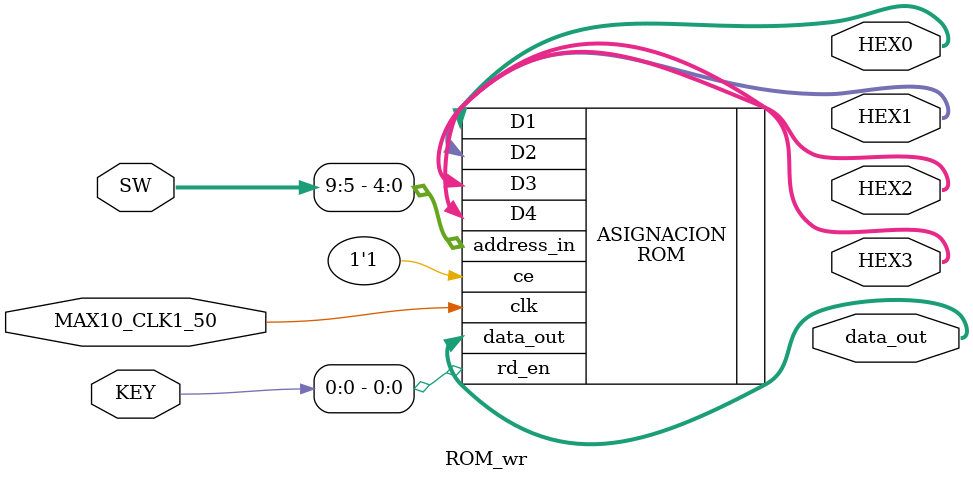
<source format=v>
module ROM_wr #(parameter DATA_WIDTH = 16, ADDRESS_WIDTH = 8)(
	input MAX10_CLK1_50, 
	input [1:0] KEY, 
	input [9:0] SW,
	output [ADDRESS_WIDTH - 1:0] data_out,
	output [0:6] HEX0,
   output [0:6] HEX1,
   output [0:6] HEX2,
   output [0:6] HEX3
);

ROM #(.DATA_WIDTH(16), .ADDRESS_WIDTH(8)) ASIGNACION(
.clk(MAX10_CLK1_50), 
	.ce(1'b1), 
	.rd_en(KEY[0]),
	.address_in(SW[9:5]),
	.data_out(data_out),
	.D1(HEX0),
	.D2(HEX1),
	.D3(HEX2),
	.D4(HEX3) 
);

endmodule
</source>
